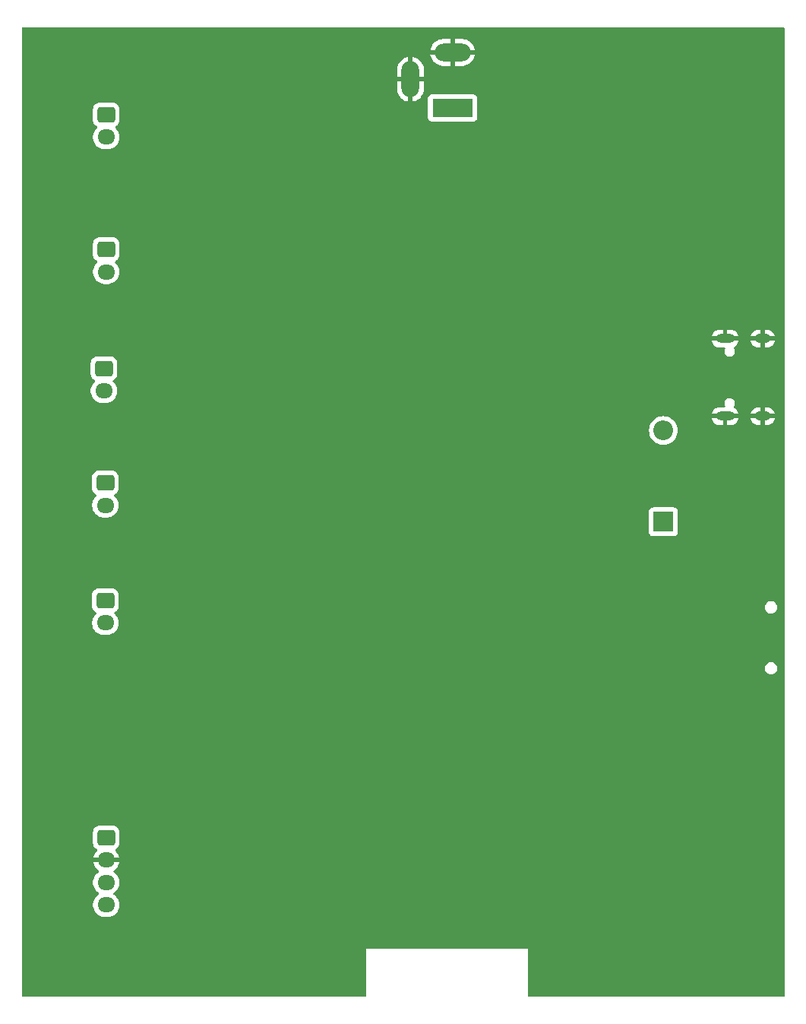
<source format=gbr>
%TF.GenerationSoftware,KiCad,Pcbnew,8.0.6*%
%TF.CreationDate,2024-11-14T02:25:25-08:00*%
%TF.ProjectId,project1,70726f6a-6563-4743-912e-6b696361645f,REV1*%
%TF.SameCoordinates,Original*%
%TF.FileFunction,Copper,L2,Bot*%
%TF.FilePolarity,Positive*%
%FSLAX46Y46*%
G04 Gerber Fmt 4.6, Leading zero omitted, Abs format (unit mm)*
G04 Created by KiCad (PCBNEW 8.0.6) date 2024-11-14 02:25:25*
%MOMM*%
%LPD*%
G01*
G04 APERTURE LIST*
G04 Aperture macros list*
%AMRoundRect*
0 Rectangle with rounded corners*
0 $1 Rounding radius*
0 $2 $3 $4 $5 $6 $7 $8 $9 X,Y pos of 4 corners*
0 Add a 4 corners polygon primitive as box body*
4,1,4,$2,$3,$4,$5,$6,$7,$8,$9,$2,$3,0*
0 Add four circle primitives for the rounded corners*
1,1,$1+$1,$2,$3*
1,1,$1+$1,$4,$5*
1,1,$1+$1,$6,$7*
1,1,$1+$1,$8,$9*
0 Add four rect primitives between the rounded corners*
20,1,$1+$1,$2,$3,$4,$5,0*
20,1,$1+$1,$4,$5,$6,$7,0*
20,1,$1+$1,$6,$7,$8,$9,0*
20,1,$1+$1,$8,$9,$2,$3,0*%
G04 Aperture macros list end*
%TA.AperFunction,ComponentPad*%
%ADD10RoundRect,0.250000X-0.725000X0.600000X-0.725000X-0.600000X0.725000X-0.600000X0.725000X0.600000X0*%
%TD*%
%TA.AperFunction,ComponentPad*%
%ADD11O,1.950000X1.700000*%
%TD*%
%TA.AperFunction,ComponentPad*%
%ADD12O,2.100000X1.000000*%
%TD*%
%TA.AperFunction,ComponentPad*%
%ADD13O,1.800000X1.000000*%
%TD*%
%TA.AperFunction,ComponentPad*%
%ADD14O,2.200000X2.200000*%
%TD*%
%TA.AperFunction,ComponentPad*%
%ADD15R,2.200000X2.200000*%
%TD*%
%TA.AperFunction,ComponentPad*%
%ADD16R,4.500000X2.000000*%
%TD*%
%TA.AperFunction,ComponentPad*%
%ADD17O,4.000000X2.000000*%
%TD*%
%TA.AperFunction,ComponentPad*%
%ADD18O,2.000000X4.000000*%
%TD*%
%TA.AperFunction,ViaPad*%
%ADD19C,0.600000*%
%TD*%
G04 APERTURE END LIST*
D10*
%TO.P,J5,1,Pin_1*%
%TO.N,Net-(J5-Pin_1)*%
X49800000Y-101750000D03*
D11*
%TO.P,J5,2,Pin_2*%
%TO.N,+5V_WALL*%
X49800000Y-104250000D03*
%TD*%
D10*
%TO.P,J6,1,Pin_1*%
%TO.N,Net-(J6-Pin_1)*%
X49800000Y-114850000D03*
D11*
%TO.P,J6,2,Pin_2*%
%TO.N,+5V_WALL*%
X49800000Y-117350000D03*
%TD*%
D10*
%TO.P,J2,1,Pin_1*%
%TO.N,Net-(J2-Pin_1)*%
X49900000Y-141250000D03*
D11*
%TO.P,J2,2,Pin_2*%
%TO.N,GND*%
X49900000Y-143750000D03*
%TO.P,J2,3,Pin_3*%
%TO.N,Net-(J2-Pin_3)*%
X49900000Y-146250000D03*
%TO.P,J2,4,Pin_4*%
%TO.N,Net-(J2-Pin_4)*%
X49900000Y-148750000D03*
%TD*%
D12*
%TO.P,J8,S1,SHIELD*%
%TO.N,GND*%
X118875000Y-94320000D03*
D13*
X123075000Y-94320000D03*
D12*
X118875000Y-85680000D03*
D13*
X123075000Y-85680000D03*
%TD*%
D10*
%TO.P,J4,1,Pin_1*%
%TO.N,Net-(J4-Pin_1)*%
X49650000Y-89000000D03*
D11*
%TO.P,J4,2,Pin_2*%
%TO.N,+5V_WALL*%
X49650000Y-91500000D03*
%TD*%
D10*
%TO.P,J3,1,Pin_1*%
%TO.N,Net-(J3-Pin_1)*%
X49900000Y-75750000D03*
D11*
%TO.P,J3,2,Pin_2*%
%TO.N,+5V_WALL*%
X49900000Y-78250000D03*
%TD*%
D14*
%TO.P,D1,2,A*%
%TO.N,Net-(D1-A)*%
X112000000Y-95920000D03*
D15*
%TO.P,D1,1,K*%
%TO.N,+5VUSB*%
X112000000Y-106080000D03*
%TD*%
D16*
%TO.P,J1,1*%
%TO.N,Net-(J7-Pin_1)*%
X88500000Y-60000000D03*
D17*
%TO.P,J1,2*%
%TO.N,GND*%
X88500000Y-53800000D03*
D18*
%TO.P,J1,3*%
X83800000Y-56800000D03*
%TD*%
D10*
%TO.P,J7,1,Pin_1*%
%TO.N,Net-(J7-Pin_1)*%
X49900000Y-60750000D03*
D11*
%TO.P,J7,2,Pin_2*%
%TO.N,+5V_WALL*%
X49900000Y-63250000D03*
%TD*%
D19*
%TO.N,GND*%
X106500000Y-83000000D03*
%TD*%
%TA.AperFunction,Conductor*%
%TO.N,GND*%
G36*
X125442539Y-51020185D02*
G01*
X125488294Y-51072989D01*
X125499500Y-51124500D01*
X125499500Y-158875500D01*
X125479815Y-158942539D01*
X125427011Y-158988294D01*
X125375500Y-158999500D01*
X97024000Y-158999500D01*
X96956961Y-158979815D01*
X96911206Y-158927011D01*
X96900000Y-158875500D01*
X96900000Y-153655000D01*
X78900000Y-153655000D01*
X78900000Y-158875500D01*
X78880315Y-158942539D01*
X78827511Y-158988294D01*
X78776000Y-158999500D01*
X40624500Y-158999500D01*
X40557461Y-158979815D01*
X40511706Y-158927011D01*
X40500500Y-158875500D01*
X40500500Y-140599983D01*
X48424500Y-140599983D01*
X48424500Y-141900001D01*
X48424501Y-141900018D01*
X48435000Y-142002796D01*
X48435001Y-142002799D01*
X48490185Y-142169331D01*
X48490187Y-142169336D01*
X48582289Y-142318657D01*
X48706344Y-142442712D01*
X48861558Y-142538448D01*
X48908283Y-142590396D01*
X48919506Y-142659358D01*
X48891663Y-142723441D01*
X48884144Y-142731668D01*
X48745271Y-142870541D01*
X48620379Y-143042442D01*
X48523904Y-143231782D01*
X48458242Y-143433870D01*
X48458242Y-143433873D01*
X48447769Y-143500000D01*
X49495854Y-143500000D01*
X49457370Y-143566657D01*
X49425000Y-143687465D01*
X49425000Y-143812535D01*
X49457370Y-143933343D01*
X49495854Y-144000000D01*
X48447769Y-144000000D01*
X48458242Y-144066126D01*
X48458242Y-144066129D01*
X48523904Y-144268217D01*
X48620379Y-144457557D01*
X48745272Y-144629459D01*
X48745276Y-144629464D01*
X48895535Y-144779723D01*
X48895540Y-144779727D01*
X49060218Y-144899372D01*
X49102884Y-144954701D01*
X49108863Y-145024315D01*
X49076258Y-145086110D01*
X49060218Y-145100008D01*
X48895214Y-145219890D01*
X48895209Y-145219894D01*
X48744890Y-145370213D01*
X48619951Y-145542179D01*
X48523444Y-145731585D01*
X48457753Y-145933760D01*
X48424500Y-146143713D01*
X48424500Y-146356286D01*
X48457753Y-146566239D01*
X48523444Y-146768414D01*
X48619951Y-146957820D01*
X48744890Y-147129786D01*
X48895209Y-147280105D01*
X48895214Y-147280109D01*
X49059793Y-147399682D01*
X49102459Y-147455011D01*
X49108438Y-147524625D01*
X49075833Y-147586420D01*
X49059793Y-147600318D01*
X48895214Y-147719890D01*
X48895209Y-147719894D01*
X48744890Y-147870213D01*
X48619951Y-148042179D01*
X48523444Y-148231585D01*
X48457753Y-148433760D01*
X48424500Y-148643713D01*
X48424500Y-148856286D01*
X48457753Y-149066239D01*
X48523444Y-149268414D01*
X48619951Y-149457820D01*
X48744890Y-149629786D01*
X48895213Y-149780109D01*
X49067179Y-149905048D01*
X49067181Y-149905049D01*
X49067184Y-149905051D01*
X49256588Y-150001557D01*
X49458757Y-150067246D01*
X49668713Y-150100500D01*
X49668714Y-150100500D01*
X50131286Y-150100500D01*
X50131287Y-150100500D01*
X50341243Y-150067246D01*
X50543412Y-150001557D01*
X50732816Y-149905051D01*
X50754789Y-149889086D01*
X50904786Y-149780109D01*
X50904788Y-149780106D01*
X50904792Y-149780104D01*
X51055104Y-149629792D01*
X51055106Y-149629788D01*
X51055109Y-149629786D01*
X51180048Y-149457820D01*
X51180047Y-149457820D01*
X51180051Y-149457816D01*
X51276557Y-149268412D01*
X51342246Y-149066243D01*
X51375500Y-148856287D01*
X51375500Y-148643713D01*
X51342246Y-148433757D01*
X51276557Y-148231588D01*
X51180051Y-148042184D01*
X51180049Y-148042181D01*
X51180048Y-148042179D01*
X51055109Y-147870213D01*
X50904792Y-147719896D01*
X50904784Y-147719890D01*
X50740204Y-147600316D01*
X50697540Y-147544989D01*
X50691561Y-147475376D01*
X50724166Y-147413580D01*
X50740199Y-147399686D01*
X50904792Y-147280104D01*
X51055104Y-147129792D01*
X51055106Y-147129788D01*
X51055109Y-147129786D01*
X51180048Y-146957820D01*
X51180047Y-146957820D01*
X51180051Y-146957816D01*
X51276557Y-146768412D01*
X51342246Y-146566243D01*
X51375500Y-146356287D01*
X51375500Y-146143713D01*
X51342246Y-145933757D01*
X51276557Y-145731588D01*
X51180051Y-145542184D01*
X51180049Y-145542181D01*
X51180048Y-145542179D01*
X51055109Y-145370213D01*
X50904790Y-145219894D01*
X50904785Y-145219890D01*
X50739781Y-145100008D01*
X50697115Y-145044678D01*
X50691136Y-144975065D01*
X50723741Y-144913270D01*
X50739781Y-144899371D01*
X50904466Y-144779721D01*
X51054723Y-144629464D01*
X51054727Y-144629459D01*
X51179620Y-144457557D01*
X51276095Y-144268217D01*
X51341757Y-144066129D01*
X51341757Y-144066126D01*
X51352231Y-144000000D01*
X50304146Y-144000000D01*
X50342630Y-143933343D01*
X50375000Y-143812535D01*
X50375000Y-143687465D01*
X50342630Y-143566657D01*
X50304146Y-143500000D01*
X51352231Y-143500000D01*
X51341757Y-143433873D01*
X51341757Y-143433870D01*
X51276095Y-143231782D01*
X51179620Y-143042442D01*
X51054727Y-142870540D01*
X51054723Y-142870535D01*
X50915856Y-142731668D01*
X50882371Y-142670345D01*
X50887355Y-142600653D01*
X50929227Y-142544720D01*
X50938441Y-142538448D01*
X50944331Y-142534814D01*
X50944334Y-142534814D01*
X51093656Y-142442712D01*
X51217712Y-142318656D01*
X51309814Y-142169334D01*
X51364999Y-142002797D01*
X51375500Y-141900009D01*
X51375499Y-140599992D01*
X51364999Y-140497203D01*
X51309814Y-140330666D01*
X51217712Y-140181344D01*
X51093656Y-140057288D01*
X50944334Y-139965186D01*
X50777797Y-139910001D01*
X50777795Y-139910000D01*
X50675010Y-139899500D01*
X49124998Y-139899500D01*
X49124981Y-139899501D01*
X49022203Y-139910000D01*
X49022200Y-139910001D01*
X48855668Y-139965185D01*
X48855663Y-139965187D01*
X48706342Y-140057289D01*
X48582289Y-140181342D01*
X48490187Y-140330663D01*
X48490186Y-140330666D01*
X48435001Y-140497203D01*
X48435001Y-140497204D01*
X48435000Y-140497204D01*
X48424500Y-140599983D01*
X40500500Y-140599983D01*
X40500500Y-122468995D01*
X123299499Y-122468995D01*
X123326418Y-122604322D01*
X123326421Y-122604332D01*
X123379221Y-122731804D01*
X123379228Y-122731817D01*
X123455885Y-122846541D01*
X123455888Y-122846545D01*
X123553454Y-122944111D01*
X123553458Y-122944114D01*
X123668182Y-123020771D01*
X123668195Y-123020778D01*
X123795667Y-123073578D01*
X123795672Y-123073580D01*
X123795676Y-123073580D01*
X123795677Y-123073581D01*
X123931004Y-123100500D01*
X123931007Y-123100500D01*
X124068995Y-123100500D01*
X124160041Y-123082389D01*
X124204328Y-123073580D01*
X124331811Y-123020775D01*
X124446542Y-122944114D01*
X124544114Y-122846542D01*
X124620775Y-122731811D01*
X124673580Y-122604328D01*
X124700500Y-122468993D01*
X124700500Y-122331007D01*
X124700500Y-122331004D01*
X124673581Y-122195677D01*
X124673580Y-122195676D01*
X124673580Y-122195672D01*
X124673578Y-122195667D01*
X124620778Y-122068195D01*
X124620771Y-122068182D01*
X124544114Y-121953458D01*
X124544111Y-121953454D01*
X124446545Y-121855888D01*
X124446541Y-121855885D01*
X124331817Y-121779228D01*
X124331804Y-121779221D01*
X124204332Y-121726421D01*
X124204322Y-121726418D01*
X124068995Y-121699500D01*
X124068993Y-121699500D01*
X123931007Y-121699500D01*
X123931005Y-121699500D01*
X123795677Y-121726418D01*
X123795667Y-121726421D01*
X123668195Y-121779221D01*
X123668182Y-121779228D01*
X123553458Y-121855885D01*
X123553454Y-121855888D01*
X123455888Y-121953454D01*
X123455885Y-121953458D01*
X123379228Y-122068182D01*
X123379221Y-122068195D01*
X123326421Y-122195667D01*
X123326418Y-122195677D01*
X123299500Y-122331004D01*
X123299500Y-122331007D01*
X123299500Y-122468993D01*
X123299500Y-122468995D01*
X123299499Y-122468995D01*
X40500500Y-122468995D01*
X40500500Y-114199983D01*
X48324500Y-114199983D01*
X48324500Y-115500001D01*
X48324501Y-115500018D01*
X48335000Y-115602796D01*
X48335001Y-115602799D01*
X48390185Y-115769331D01*
X48390187Y-115769336D01*
X48482289Y-115918657D01*
X48606344Y-116042712D01*
X48761120Y-116138178D01*
X48807845Y-116190126D01*
X48819068Y-116259088D01*
X48791224Y-116323171D01*
X48783706Y-116331398D01*
X48644889Y-116470215D01*
X48519951Y-116642179D01*
X48423444Y-116831585D01*
X48357753Y-117033760D01*
X48324500Y-117243713D01*
X48324500Y-117456286D01*
X48357753Y-117666239D01*
X48423444Y-117868414D01*
X48519951Y-118057820D01*
X48644890Y-118229786D01*
X48795213Y-118380109D01*
X48967179Y-118505048D01*
X48967181Y-118505049D01*
X48967184Y-118505051D01*
X49156588Y-118601557D01*
X49358757Y-118667246D01*
X49568713Y-118700500D01*
X49568714Y-118700500D01*
X50031286Y-118700500D01*
X50031287Y-118700500D01*
X50241243Y-118667246D01*
X50443412Y-118601557D01*
X50632816Y-118505051D01*
X50654789Y-118489086D01*
X50804786Y-118380109D01*
X50804788Y-118380106D01*
X50804792Y-118380104D01*
X50955104Y-118229792D01*
X50955106Y-118229788D01*
X50955109Y-118229786D01*
X51080048Y-118057820D01*
X51080047Y-118057820D01*
X51080051Y-118057816D01*
X51176557Y-117868412D01*
X51242246Y-117666243D01*
X51275500Y-117456287D01*
X51275500Y-117243713D01*
X51242246Y-117033757D01*
X51176557Y-116831588D01*
X51080051Y-116642184D01*
X51080049Y-116642181D01*
X51080048Y-116642179D01*
X50955109Y-116470213D01*
X50816294Y-116331398D01*
X50782809Y-116270075D01*
X50787793Y-116200383D01*
X50829665Y-116144450D01*
X50838879Y-116138178D01*
X50844331Y-116134814D01*
X50844334Y-116134814D01*
X50993656Y-116042712D01*
X51117712Y-115918656D01*
X51209814Y-115769334D01*
X51243063Y-115668995D01*
X123299499Y-115668995D01*
X123326418Y-115804322D01*
X123326421Y-115804332D01*
X123379221Y-115931804D01*
X123379228Y-115931817D01*
X123455885Y-116046541D01*
X123455888Y-116046545D01*
X123553454Y-116144111D01*
X123553458Y-116144114D01*
X123668182Y-116220771D01*
X123668195Y-116220778D01*
X123760685Y-116259088D01*
X123795672Y-116273580D01*
X123795676Y-116273580D01*
X123795677Y-116273581D01*
X123931004Y-116300500D01*
X123931007Y-116300500D01*
X124068995Y-116300500D01*
X124160041Y-116282389D01*
X124204328Y-116273580D01*
X124331811Y-116220775D01*
X124446542Y-116144114D01*
X124544114Y-116046542D01*
X124620775Y-115931811D01*
X124673580Y-115804328D01*
X124700500Y-115668993D01*
X124700500Y-115531007D01*
X124700500Y-115531004D01*
X124673581Y-115395677D01*
X124673580Y-115395676D01*
X124673580Y-115395672D01*
X124673578Y-115395667D01*
X124620778Y-115268195D01*
X124620771Y-115268182D01*
X124544114Y-115153458D01*
X124544111Y-115153454D01*
X124446545Y-115055888D01*
X124446541Y-115055885D01*
X124331817Y-114979228D01*
X124331804Y-114979221D01*
X124204332Y-114926421D01*
X124204322Y-114926418D01*
X124068995Y-114899500D01*
X124068993Y-114899500D01*
X123931007Y-114899500D01*
X123931005Y-114899500D01*
X123795677Y-114926418D01*
X123795667Y-114926421D01*
X123668195Y-114979221D01*
X123668182Y-114979228D01*
X123553458Y-115055885D01*
X123553454Y-115055888D01*
X123455888Y-115153454D01*
X123455885Y-115153458D01*
X123379228Y-115268182D01*
X123379221Y-115268195D01*
X123326421Y-115395667D01*
X123326418Y-115395677D01*
X123299500Y-115531004D01*
X123299500Y-115531007D01*
X123299500Y-115668993D01*
X123299500Y-115668995D01*
X123299499Y-115668995D01*
X51243063Y-115668995D01*
X51264999Y-115602797D01*
X51275500Y-115500009D01*
X51275499Y-114199992D01*
X51264999Y-114097203D01*
X51209814Y-113930666D01*
X51117712Y-113781344D01*
X50993656Y-113657288D01*
X50844334Y-113565186D01*
X50677797Y-113510001D01*
X50677795Y-113510000D01*
X50575010Y-113499500D01*
X49024998Y-113499500D01*
X49024981Y-113499501D01*
X48922203Y-113510000D01*
X48922200Y-113510001D01*
X48755668Y-113565185D01*
X48755663Y-113565187D01*
X48606342Y-113657289D01*
X48482289Y-113781342D01*
X48390187Y-113930663D01*
X48390186Y-113930666D01*
X48335001Y-114097203D01*
X48335001Y-114097204D01*
X48335000Y-114097204D01*
X48324500Y-114199983D01*
X40500500Y-114199983D01*
X40500500Y-101099983D01*
X48324500Y-101099983D01*
X48324500Y-102400001D01*
X48324501Y-102400018D01*
X48335000Y-102502796D01*
X48335001Y-102502799D01*
X48390185Y-102669331D01*
X48390187Y-102669336D01*
X48482289Y-102818657D01*
X48606344Y-102942712D01*
X48761120Y-103038178D01*
X48807845Y-103090126D01*
X48819068Y-103159088D01*
X48791224Y-103223171D01*
X48783706Y-103231398D01*
X48644889Y-103370215D01*
X48519951Y-103542179D01*
X48423444Y-103731585D01*
X48357753Y-103933760D01*
X48324500Y-104143713D01*
X48324500Y-104356286D01*
X48352996Y-104536206D01*
X48357754Y-104566243D01*
X48413452Y-104737664D01*
X48423444Y-104768414D01*
X48519951Y-104957820D01*
X48644890Y-105129786D01*
X48795213Y-105280109D01*
X48967179Y-105405048D01*
X48967181Y-105405049D01*
X48967184Y-105405051D01*
X49156588Y-105501557D01*
X49358757Y-105567246D01*
X49568713Y-105600500D01*
X49568714Y-105600500D01*
X50031286Y-105600500D01*
X50031287Y-105600500D01*
X50241243Y-105567246D01*
X50443412Y-105501557D01*
X50632816Y-105405051D01*
X50654789Y-105389086D01*
X50804786Y-105280109D01*
X50804788Y-105280106D01*
X50804792Y-105280104D01*
X50955104Y-105129792D01*
X50955106Y-105129788D01*
X50955109Y-105129786D01*
X51080048Y-104957820D01*
X51080047Y-104957820D01*
X51080051Y-104957816D01*
X51093136Y-104932135D01*
X110399500Y-104932135D01*
X110399500Y-107227870D01*
X110399501Y-107227876D01*
X110405908Y-107287483D01*
X110456202Y-107422328D01*
X110456206Y-107422335D01*
X110542452Y-107537544D01*
X110542455Y-107537547D01*
X110657664Y-107623793D01*
X110657671Y-107623797D01*
X110792517Y-107674091D01*
X110792516Y-107674091D01*
X110799444Y-107674835D01*
X110852127Y-107680500D01*
X113147872Y-107680499D01*
X113207483Y-107674091D01*
X113342331Y-107623796D01*
X113457546Y-107537546D01*
X113543796Y-107422331D01*
X113594091Y-107287483D01*
X113600500Y-107227873D01*
X113600499Y-104932128D01*
X113594091Y-104872517D01*
X113555262Y-104768412D01*
X113543797Y-104737671D01*
X113543793Y-104737664D01*
X113457547Y-104622455D01*
X113457544Y-104622452D01*
X113342335Y-104536206D01*
X113342328Y-104536202D01*
X113207482Y-104485908D01*
X113207483Y-104485908D01*
X113147883Y-104479501D01*
X113147881Y-104479500D01*
X113147873Y-104479500D01*
X113147864Y-104479500D01*
X110852129Y-104479500D01*
X110852123Y-104479501D01*
X110792516Y-104485908D01*
X110657671Y-104536202D01*
X110657664Y-104536206D01*
X110542455Y-104622452D01*
X110542452Y-104622455D01*
X110456206Y-104737664D01*
X110456202Y-104737671D01*
X110405908Y-104872517D01*
X110399501Y-104932116D01*
X110399501Y-104932123D01*
X110399500Y-104932135D01*
X51093136Y-104932135D01*
X51176557Y-104768412D01*
X51242246Y-104566243D01*
X51275500Y-104356287D01*
X51275500Y-104143713D01*
X51242246Y-103933757D01*
X51176557Y-103731588D01*
X51080051Y-103542184D01*
X51080049Y-103542181D01*
X51080048Y-103542179D01*
X50955109Y-103370213D01*
X50816294Y-103231398D01*
X50782809Y-103170075D01*
X50787793Y-103100383D01*
X50829665Y-103044450D01*
X50838879Y-103038178D01*
X50844331Y-103034814D01*
X50844334Y-103034814D01*
X50993656Y-102942712D01*
X51117712Y-102818656D01*
X51209814Y-102669334D01*
X51264999Y-102502797D01*
X51275500Y-102400009D01*
X51275499Y-101099992D01*
X51264999Y-100997203D01*
X51209814Y-100830666D01*
X51117712Y-100681344D01*
X50993656Y-100557288D01*
X50844334Y-100465186D01*
X50677797Y-100410001D01*
X50677795Y-100410000D01*
X50575010Y-100399500D01*
X49024998Y-100399500D01*
X49024981Y-100399501D01*
X48922203Y-100410000D01*
X48922200Y-100410001D01*
X48755668Y-100465185D01*
X48755663Y-100465187D01*
X48606342Y-100557289D01*
X48482289Y-100681342D01*
X48390187Y-100830663D01*
X48390186Y-100830666D01*
X48335001Y-100997203D01*
X48335001Y-100997204D01*
X48335000Y-100997204D01*
X48324500Y-101099983D01*
X40500500Y-101099983D01*
X40500500Y-95920000D01*
X110394551Y-95920000D01*
X110414317Y-96171151D01*
X110473126Y-96416110D01*
X110569533Y-96648859D01*
X110701160Y-96863653D01*
X110701161Y-96863656D01*
X110701164Y-96863659D01*
X110864776Y-97055224D01*
X111013066Y-97181875D01*
X111056343Y-97218838D01*
X111056346Y-97218839D01*
X111271140Y-97350466D01*
X111503889Y-97446873D01*
X111748852Y-97505683D01*
X112000000Y-97525449D01*
X112251148Y-97505683D01*
X112496111Y-97446873D01*
X112728859Y-97350466D01*
X112943659Y-97218836D01*
X113135224Y-97055224D01*
X113298836Y-96863659D01*
X113430466Y-96648859D01*
X113526873Y-96416111D01*
X113585683Y-96171148D01*
X113605449Y-95920000D01*
X113585683Y-95668852D01*
X113526873Y-95423889D01*
X113467924Y-95281572D01*
X113430466Y-95191140D01*
X113298839Y-94976346D01*
X113298838Y-94976343D01*
X113261875Y-94933066D01*
X113135224Y-94784776D01*
X113008571Y-94676604D01*
X112943656Y-94621161D01*
X112943653Y-94621160D01*
X112728859Y-94489533D01*
X112496110Y-94393126D01*
X112251151Y-94334317D01*
X112000000Y-94314551D01*
X111748848Y-94334317D01*
X111503889Y-94393126D01*
X111271140Y-94489533D01*
X111056346Y-94621160D01*
X111056343Y-94621161D01*
X110864776Y-94784776D01*
X110701161Y-94976343D01*
X110701160Y-94976346D01*
X110569533Y-95191140D01*
X110473126Y-95423889D01*
X110414317Y-95668848D01*
X110394551Y-95920000D01*
X40500500Y-95920000D01*
X40500500Y-94070000D01*
X117355138Y-94070000D01*
X118158012Y-94070000D01*
X118140795Y-94079940D01*
X118084940Y-94135795D01*
X118045444Y-94204204D01*
X118025000Y-94280504D01*
X118025000Y-94359496D01*
X118045444Y-94435796D01*
X118084940Y-94504205D01*
X118140795Y-94560060D01*
X118158012Y-94570000D01*
X117355138Y-94570000D01*
X117363430Y-94611690D01*
X117363430Y-94611692D01*
X117438807Y-94793671D01*
X117438814Y-94793684D01*
X117548248Y-94957462D01*
X117548251Y-94957466D01*
X117687533Y-95096748D01*
X117687537Y-95096751D01*
X117851315Y-95206185D01*
X117851328Y-95206192D01*
X118033306Y-95281569D01*
X118033318Y-95281572D01*
X118226504Y-95319999D01*
X118226508Y-95320000D01*
X118625000Y-95320000D01*
X118625000Y-94620000D01*
X119125000Y-94620000D01*
X119125000Y-95320000D01*
X119523492Y-95320000D01*
X119523495Y-95319999D01*
X119716681Y-95281572D01*
X119716693Y-95281569D01*
X119898671Y-95206192D01*
X119898684Y-95206185D01*
X120062462Y-95096751D01*
X120062466Y-95096748D01*
X120201748Y-94957466D01*
X120201751Y-94957462D01*
X120311185Y-94793684D01*
X120311192Y-94793671D01*
X120386569Y-94611692D01*
X120386569Y-94611690D01*
X120394862Y-94570000D01*
X119591988Y-94570000D01*
X119609205Y-94560060D01*
X119665060Y-94504205D01*
X119704556Y-94435796D01*
X119725000Y-94359496D01*
X119725000Y-94280504D01*
X119704556Y-94204204D01*
X119665060Y-94135795D01*
X119609205Y-94079940D01*
X119591988Y-94070000D01*
X120394862Y-94070000D01*
X121705138Y-94070000D01*
X122508012Y-94070000D01*
X122490795Y-94079940D01*
X122434940Y-94135795D01*
X122395444Y-94204204D01*
X122375000Y-94280504D01*
X122375000Y-94359496D01*
X122395444Y-94435796D01*
X122434940Y-94504205D01*
X122490795Y-94560060D01*
X122508012Y-94570000D01*
X121705138Y-94570000D01*
X121713430Y-94611690D01*
X121713430Y-94611692D01*
X121788807Y-94793671D01*
X121788814Y-94793684D01*
X121898248Y-94957462D01*
X121898251Y-94957466D01*
X122037533Y-95096748D01*
X122037537Y-95096751D01*
X122201315Y-95206185D01*
X122201328Y-95206192D01*
X122383306Y-95281569D01*
X122383318Y-95281572D01*
X122576504Y-95319999D01*
X122576508Y-95320000D01*
X122825000Y-95320000D01*
X122825000Y-94620000D01*
X123325000Y-94620000D01*
X123325000Y-95320000D01*
X123573492Y-95320000D01*
X123573495Y-95319999D01*
X123766681Y-95281572D01*
X123766693Y-95281569D01*
X123948671Y-95206192D01*
X123948684Y-95206185D01*
X124112462Y-95096751D01*
X124112466Y-95096748D01*
X124251748Y-94957466D01*
X124251751Y-94957462D01*
X124361185Y-94793684D01*
X124361192Y-94793671D01*
X124436569Y-94611692D01*
X124436569Y-94611690D01*
X124444862Y-94570000D01*
X123641988Y-94570000D01*
X123659205Y-94560060D01*
X123715060Y-94504205D01*
X123754556Y-94435796D01*
X123775000Y-94359496D01*
X123775000Y-94280504D01*
X123754556Y-94204204D01*
X123715060Y-94135795D01*
X123659205Y-94079940D01*
X123641988Y-94070000D01*
X124444862Y-94070000D01*
X124436569Y-94028309D01*
X124436569Y-94028307D01*
X124361192Y-93846328D01*
X124361185Y-93846315D01*
X124251751Y-93682537D01*
X124251748Y-93682533D01*
X124112466Y-93543251D01*
X124112462Y-93543248D01*
X123948684Y-93433814D01*
X123948671Y-93433807D01*
X123766693Y-93358430D01*
X123766681Y-93358427D01*
X123573495Y-93320000D01*
X123325000Y-93320000D01*
X123325000Y-94020000D01*
X122825000Y-94020000D01*
X122825000Y-93320000D01*
X122576504Y-93320000D01*
X122383318Y-93358427D01*
X122383306Y-93358430D01*
X122201328Y-93433807D01*
X122201315Y-93433814D01*
X122037537Y-93543248D01*
X122037533Y-93543251D01*
X121898251Y-93682533D01*
X121898248Y-93682537D01*
X121788814Y-93846315D01*
X121788807Y-93846328D01*
X121713430Y-94028307D01*
X121713430Y-94028309D01*
X121705138Y-94070000D01*
X120394862Y-94070000D01*
X120386569Y-94028309D01*
X120386569Y-94028307D01*
X120311192Y-93846328D01*
X120311185Y-93846315D01*
X120201751Y-93682537D01*
X120201748Y-93682533D01*
X120062466Y-93543251D01*
X120062462Y-93543248D01*
X119898680Y-93433812D01*
X119893335Y-93430955D01*
X119843489Y-93381994D01*
X119828027Y-93313857D01*
X119851856Y-93248177D01*
X119853412Y-93246105D01*
X119855506Y-93243373D01*
X119855515Y-93243365D01*
X119931281Y-93112135D01*
X119970500Y-92965766D01*
X119970500Y-92814234D01*
X119931281Y-92667865D01*
X119855515Y-92536635D01*
X119748365Y-92429485D01*
X119662284Y-92379786D01*
X119617136Y-92353719D01*
X119543950Y-92334109D01*
X119470766Y-92314500D01*
X119319234Y-92314500D01*
X119172863Y-92353719D01*
X119041635Y-92429485D01*
X119041632Y-92429487D01*
X118934487Y-92536632D01*
X118934485Y-92536635D01*
X118858719Y-92667863D01*
X118819500Y-92814234D01*
X118819500Y-92965765D01*
X118858720Y-93112137D01*
X118858720Y-93112138D01*
X118871342Y-93134000D01*
X118887815Y-93201901D01*
X118864962Y-93267927D01*
X118810041Y-93311118D01*
X118763955Y-93320000D01*
X118226504Y-93320000D01*
X118033318Y-93358427D01*
X118033306Y-93358430D01*
X117851328Y-93433807D01*
X117851315Y-93433814D01*
X117687537Y-93543248D01*
X117687533Y-93543251D01*
X117548251Y-93682533D01*
X117548248Y-93682537D01*
X117438814Y-93846315D01*
X117438807Y-93846328D01*
X117363430Y-94028307D01*
X117363430Y-94028309D01*
X117355138Y-94070000D01*
X40500500Y-94070000D01*
X40500500Y-88349983D01*
X48174500Y-88349983D01*
X48174500Y-89650001D01*
X48174501Y-89650018D01*
X48185000Y-89752796D01*
X48185001Y-89752799D01*
X48240185Y-89919331D01*
X48240187Y-89919336D01*
X48332289Y-90068657D01*
X48456344Y-90192712D01*
X48611120Y-90288178D01*
X48657845Y-90340126D01*
X48669068Y-90409088D01*
X48641224Y-90473171D01*
X48633706Y-90481398D01*
X48494889Y-90620215D01*
X48369951Y-90792179D01*
X48273444Y-90981585D01*
X48207753Y-91183760D01*
X48174500Y-91393713D01*
X48174500Y-91606286D01*
X48207753Y-91816239D01*
X48273444Y-92018414D01*
X48369951Y-92207820D01*
X48494890Y-92379786D01*
X48645213Y-92530109D01*
X48817179Y-92655048D01*
X48817181Y-92655049D01*
X48817184Y-92655051D01*
X49006588Y-92751557D01*
X49208757Y-92817246D01*
X49418713Y-92850500D01*
X49418714Y-92850500D01*
X49881286Y-92850500D01*
X49881287Y-92850500D01*
X50091243Y-92817246D01*
X50293412Y-92751557D01*
X50482816Y-92655051D01*
X50504789Y-92639086D01*
X50654786Y-92530109D01*
X50654788Y-92530106D01*
X50654792Y-92530104D01*
X50805104Y-92379792D01*
X50805106Y-92379788D01*
X50805109Y-92379786D01*
X50930048Y-92207820D01*
X50930047Y-92207820D01*
X50930051Y-92207816D01*
X51026557Y-92018412D01*
X51092246Y-91816243D01*
X51125500Y-91606287D01*
X51125500Y-91393713D01*
X51092246Y-91183757D01*
X51026557Y-90981588D01*
X50930051Y-90792184D01*
X50930049Y-90792181D01*
X50930048Y-90792179D01*
X50805109Y-90620213D01*
X50666294Y-90481398D01*
X50632809Y-90420075D01*
X50637793Y-90350383D01*
X50679665Y-90294450D01*
X50688879Y-90288178D01*
X50694331Y-90284814D01*
X50694334Y-90284814D01*
X50843656Y-90192712D01*
X50967712Y-90068656D01*
X51059814Y-89919334D01*
X51114999Y-89752797D01*
X51125500Y-89650009D01*
X51125499Y-88349992D01*
X51114999Y-88247203D01*
X51059814Y-88080666D01*
X50967712Y-87931344D01*
X50843656Y-87807288D01*
X50694334Y-87715186D01*
X50527797Y-87660001D01*
X50527795Y-87660000D01*
X50425010Y-87649500D01*
X48874998Y-87649500D01*
X48874981Y-87649501D01*
X48772203Y-87660000D01*
X48772200Y-87660001D01*
X48605668Y-87715185D01*
X48605663Y-87715187D01*
X48456342Y-87807289D01*
X48332289Y-87931342D01*
X48240187Y-88080663D01*
X48240186Y-88080666D01*
X48185001Y-88247203D01*
X48185001Y-88247204D01*
X48185000Y-88247204D01*
X48174500Y-88349983D01*
X40500500Y-88349983D01*
X40500500Y-85430000D01*
X117355138Y-85430000D01*
X118158012Y-85430000D01*
X118140795Y-85439940D01*
X118084940Y-85495795D01*
X118045444Y-85564204D01*
X118025000Y-85640504D01*
X118025000Y-85719496D01*
X118045444Y-85795796D01*
X118084940Y-85864205D01*
X118140795Y-85920060D01*
X118158012Y-85930000D01*
X117355138Y-85930000D01*
X117363430Y-85971690D01*
X117363430Y-85971692D01*
X117438807Y-86153671D01*
X117438814Y-86153684D01*
X117548248Y-86317462D01*
X117548251Y-86317466D01*
X117687533Y-86456748D01*
X117687537Y-86456751D01*
X117851315Y-86566185D01*
X117851328Y-86566192D01*
X118033306Y-86641569D01*
X118033318Y-86641572D01*
X118226504Y-86679999D01*
X118226508Y-86680000D01*
X118763955Y-86680000D01*
X118830994Y-86699685D01*
X118876749Y-86752489D01*
X118886693Y-86821647D01*
X118871342Y-86866000D01*
X118858720Y-86887861D01*
X118858720Y-86887862D01*
X118819500Y-87034234D01*
X118819500Y-87185765D01*
X118858719Y-87332136D01*
X118896602Y-87397750D01*
X118934485Y-87463365D01*
X119041635Y-87570515D01*
X119172865Y-87646281D01*
X119319234Y-87685500D01*
X119319236Y-87685500D01*
X119470764Y-87685500D01*
X119470766Y-87685500D01*
X119617135Y-87646281D01*
X119748365Y-87570515D01*
X119855515Y-87463365D01*
X119931281Y-87332135D01*
X119970500Y-87185766D01*
X119970500Y-87034234D01*
X119931281Y-86887865D01*
X119855515Y-86756635D01*
X119855513Y-86756633D01*
X119853412Y-86753895D01*
X119852356Y-86751165D01*
X119851451Y-86749597D01*
X119851695Y-86749455D01*
X119828214Y-86688727D01*
X119842249Y-86620282D01*
X119891061Y-86570290D01*
X119893346Y-86569037D01*
X119898690Y-86566181D01*
X120062462Y-86456751D01*
X120062466Y-86456748D01*
X120201748Y-86317466D01*
X120201751Y-86317462D01*
X120311185Y-86153684D01*
X120311192Y-86153671D01*
X120386569Y-85971692D01*
X120386569Y-85971690D01*
X120394862Y-85930000D01*
X119591988Y-85930000D01*
X119609205Y-85920060D01*
X119665060Y-85864205D01*
X119704556Y-85795796D01*
X119725000Y-85719496D01*
X119725000Y-85640504D01*
X119704556Y-85564204D01*
X119665060Y-85495795D01*
X119609205Y-85439940D01*
X119591988Y-85430000D01*
X120394862Y-85430000D01*
X121705138Y-85430000D01*
X122508012Y-85430000D01*
X122490795Y-85439940D01*
X122434940Y-85495795D01*
X122395444Y-85564204D01*
X122375000Y-85640504D01*
X122375000Y-85719496D01*
X122395444Y-85795796D01*
X122434940Y-85864205D01*
X122490795Y-85920060D01*
X122508012Y-85930000D01*
X121705138Y-85930000D01*
X121713430Y-85971690D01*
X121713430Y-85971692D01*
X121788807Y-86153671D01*
X121788814Y-86153684D01*
X121898248Y-86317462D01*
X121898251Y-86317466D01*
X122037533Y-86456748D01*
X122037537Y-86456751D01*
X122201315Y-86566185D01*
X122201328Y-86566192D01*
X122383306Y-86641569D01*
X122383318Y-86641572D01*
X122576504Y-86679999D01*
X122576508Y-86680000D01*
X122825000Y-86680000D01*
X122825000Y-85980000D01*
X123325000Y-85980000D01*
X123325000Y-86680000D01*
X123573492Y-86680000D01*
X123573495Y-86679999D01*
X123766681Y-86641572D01*
X123766693Y-86641569D01*
X123948671Y-86566192D01*
X123948684Y-86566185D01*
X124112462Y-86456751D01*
X124112466Y-86456748D01*
X124251748Y-86317466D01*
X124251751Y-86317462D01*
X124361185Y-86153684D01*
X124361192Y-86153671D01*
X124436569Y-85971692D01*
X124436569Y-85971690D01*
X124444862Y-85930000D01*
X123641988Y-85930000D01*
X123659205Y-85920060D01*
X123715060Y-85864205D01*
X123754556Y-85795796D01*
X123775000Y-85719496D01*
X123775000Y-85640504D01*
X123754556Y-85564204D01*
X123715060Y-85495795D01*
X123659205Y-85439940D01*
X123641988Y-85430000D01*
X124444862Y-85430000D01*
X124436569Y-85388309D01*
X124436569Y-85388307D01*
X124361192Y-85206328D01*
X124361185Y-85206315D01*
X124251751Y-85042537D01*
X124251748Y-85042533D01*
X124112466Y-84903251D01*
X124112462Y-84903248D01*
X123948684Y-84793814D01*
X123948671Y-84793807D01*
X123766693Y-84718430D01*
X123766681Y-84718427D01*
X123573495Y-84680000D01*
X123325000Y-84680000D01*
X123325000Y-85380000D01*
X122825000Y-85380000D01*
X122825000Y-84680000D01*
X122576504Y-84680000D01*
X122383318Y-84718427D01*
X122383306Y-84718430D01*
X122201328Y-84793807D01*
X122201315Y-84793814D01*
X122037537Y-84903248D01*
X122037533Y-84903251D01*
X121898251Y-85042533D01*
X121898248Y-85042537D01*
X121788814Y-85206315D01*
X121788807Y-85206328D01*
X121713430Y-85388307D01*
X121713430Y-85388309D01*
X121705138Y-85430000D01*
X120394862Y-85430000D01*
X120386569Y-85388309D01*
X120386569Y-85388307D01*
X120311192Y-85206328D01*
X120311185Y-85206315D01*
X120201751Y-85042537D01*
X120201748Y-85042533D01*
X120062466Y-84903251D01*
X120062462Y-84903248D01*
X119898684Y-84793814D01*
X119898671Y-84793807D01*
X119716693Y-84718430D01*
X119716681Y-84718427D01*
X119523495Y-84680000D01*
X119125000Y-84680000D01*
X119125000Y-85380000D01*
X118625000Y-85380000D01*
X118625000Y-84680000D01*
X118226504Y-84680000D01*
X118033318Y-84718427D01*
X118033306Y-84718430D01*
X117851328Y-84793807D01*
X117851315Y-84793814D01*
X117687537Y-84903248D01*
X117687533Y-84903251D01*
X117548251Y-85042533D01*
X117548248Y-85042537D01*
X117438814Y-85206315D01*
X117438807Y-85206328D01*
X117363430Y-85388307D01*
X117363430Y-85388309D01*
X117355138Y-85430000D01*
X40500500Y-85430000D01*
X40500500Y-75099983D01*
X48424500Y-75099983D01*
X48424500Y-76400001D01*
X48424501Y-76400018D01*
X48435000Y-76502796D01*
X48435001Y-76502799D01*
X48490185Y-76669331D01*
X48490187Y-76669336D01*
X48582289Y-76818657D01*
X48706344Y-76942712D01*
X48861120Y-77038178D01*
X48907845Y-77090126D01*
X48919068Y-77159088D01*
X48891224Y-77223171D01*
X48883706Y-77231398D01*
X48744889Y-77370215D01*
X48619951Y-77542179D01*
X48523444Y-77731585D01*
X48457753Y-77933760D01*
X48424500Y-78143713D01*
X48424500Y-78356286D01*
X48457753Y-78566239D01*
X48523444Y-78768414D01*
X48619951Y-78957820D01*
X48744890Y-79129786D01*
X48895213Y-79280109D01*
X49067179Y-79405048D01*
X49067181Y-79405049D01*
X49067184Y-79405051D01*
X49256588Y-79501557D01*
X49458757Y-79567246D01*
X49668713Y-79600500D01*
X49668714Y-79600500D01*
X50131286Y-79600500D01*
X50131287Y-79600500D01*
X50341243Y-79567246D01*
X50543412Y-79501557D01*
X50732816Y-79405051D01*
X50754789Y-79389086D01*
X50904786Y-79280109D01*
X50904788Y-79280106D01*
X50904792Y-79280104D01*
X51055104Y-79129792D01*
X51055106Y-79129788D01*
X51055109Y-79129786D01*
X51180048Y-78957820D01*
X51180047Y-78957820D01*
X51180051Y-78957816D01*
X51276557Y-78768412D01*
X51342246Y-78566243D01*
X51375500Y-78356287D01*
X51375500Y-78143713D01*
X51342246Y-77933757D01*
X51276557Y-77731588D01*
X51180051Y-77542184D01*
X51180049Y-77542181D01*
X51180048Y-77542179D01*
X51055109Y-77370213D01*
X50916294Y-77231398D01*
X50882809Y-77170075D01*
X50887793Y-77100383D01*
X50929665Y-77044450D01*
X50938879Y-77038178D01*
X50944331Y-77034814D01*
X50944334Y-77034814D01*
X51093656Y-76942712D01*
X51217712Y-76818656D01*
X51309814Y-76669334D01*
X51364999Y-76502797D01*
X51375500Y-76400009D01*
X51375499Y-75099992D01*
X51364999Y-74997203D01*
X51309814Y-74830666D01*
X51217712Y-74681344D01*
X51093656Y-74557288D01*
X50944334Y-74465186D01*
X50777797Y-74410001D01*
X50777795Y-74410000D01*
X50675010Y-74399500D01*
X49124998Y-74399500D01*
X49124981Y-74399501D01*
X49022203Y-74410000D01*
X49022200Y-74410001D01*
X48855668Y-74465185D01*
X48855663Y-74465187D01*
X48706342Y-74557289D01*
X48582289Y-74681342D01*
X48490187Y-74830663D01*
X48490186Y-74830666D01*
X48435001Y-74997203D01*
X48435001Y-74997204D01*
X48435000Y-74997204D01*
X48424500Y-75099983D01*
X40500500Y-75099983D01*
X40500500Y-60099983D01*
X48424500Y-60099983D01*
X48424500Y-61400001D01*
X48424501Y-61400018D01*
X48435000Y-61502796D01*
X48435001Y-61502799D01*
X48490185Y-61669331D01*
X48490187Y-61669336D01*
X48582289Y-61818657D01*
X48706344Y-61942712D01*
X48861120Y-62038178D01*
X48907845Y-62090126D01*
X48919068Y-62159088D01*
X48891224Y-62223171D01*
X48883706Y-62231398D01*
X48744889Y-62370215D01*
X48619951Y-62542179D01*
X48523444Y-62731585D01*
X48457753Y-62933760D01*
X48424500Y-63143713D01*
X48424500Y-63356286D01*
X48457753Y-63566239D01*
X48523444Y-63768414D01*
X48619951Y-63957820D01*
X48744890Y-64129786D01*
X48895213Y-64280109D01*
X49067179Y-64405048D01*
X49067181Y-64405049D01*
X49067184Y-64405051D01*
X49256588Y-64501557D01*
X49458757Y-64567246D01*
X49668713Y-64600500D01*
X49668714Y-64600500D01*
X50131286Y-64600500D01*
X50131287Y-64600500D01*
X50341243Y-64567246D01*
X50543412Y-64501557D01*
X50732816Y-64405051D01*
X50754789Y-64389086D01*
X50904786Y-64280109D01*
X50904788Y-64280106D01*
X50904792Y-64280104D01*
X51055104Y-64129792D01*
X51055106Y-64129788D01*
X51055109Y-64129786D01*
X51180048Y-63957820D01*
X51180047Y-63957820D01*
X51180051Y-63957816D01*
X51276557Y-63768412D01*
X51342246Y-63566243D01*
X51375500Y-63356287D01*
X51375500Y-63143713D01*
X51342246Y-62933757D01*
X51276557Y-62731588D01*
X51180051Y-62542184D01*
X51180049Y-62542181D01*
X51180048Y-62542179D01*
X51055109Y-62370213D01*
X50916294Y-62231398D01*
X50882809Y-62170075D01*
X50887793Y-62100383D01*
X50929665Y-62044450D01*
X50938879Y-62038178D01*
X50944331Y-62034814D01*
X50944334Y-62034814D01*
X51093656Y-61942712D01*
X51217712Y-61818656D01*
X51309814Y-61669334D01*
X51364999Y-61502797D01*
X51375500Y-61400009D01*
X51375499Y-60099992D01*
X51364999Y-59997203D01*
X51309814Y-59830666D01*
X51217712Y-59681344D01*
X51093656Y-59557288D01*
X50944334Y-59465186D01*
X50777797Y-59410001D01*
X50777795Y-59410000D01*
X50675010Y-59399500D01*
X49124998Y-59399500D01*
X49124981Y-59399501D01*
X49022203Y-59410000D01*
X49022200Y-59410001D01*
X48855668Y-59465185D01*
X48855663Y-59465187D01*
X48706342Y-59557289D01*
X48582289Y-59681342D01*
X48490187Y-59830663D01*
X48490186Y-59830666D01*
X48435001Y-59997203D01*
X48435001Y-59997204D01*
X48435000Y-59997204D01*
X48424500Y-60099983D01*
X40500500Y-60099983D01*
X40500500Y-55681947D01*
X82300000Y-55681947D01*
X82300000Y-56550000D01*
X83300000Y-56550000D01*
X83300000Y-57050000D01*
X82300000Y-57050000D01*
X82300000Y-57918052D01*
X82336934Y-58151247D01*
X82409897Y-58375802D01*
X82517085Y-58586171D01*
X82655866Y-58777186D01*
X82822813Y-58944133D01*
X83013828Y-59082914D01*
X83224195Y-59190102D01*
X83448744Y-59263063D01*
X83448750Y-59263065D01*
X83550000Y-59279101D01*
X83550000Y-58233012D01*
X83607007Y-58265925D01*
X83734174Y-58300000D01*
X83865826Y-58300000D01*
X83992993Y-58265925D01*
X84050000Y-58233012D01*
X84050000Y-59279100D01*
X84151249Y-59263065D01*
X84151255Y-59263063D01*
X84375804Y-59190102D01*
X84586171Y-59082914D01*
X84766172Y-58952135D01*
X85749500Y-58952135D01*
X85749500Y-61047870D01*
X85749501Y-61047876D01*
X85755908Y-61107483D01*
X85806202Y-61242328D01*
X85806206Y-61242335D01*
X85892452Y-61357544D01*
X85892455Y-61357547D01*
X86007664Y-61443793D01*
X86007671Y-61443797D01*
X86142517Y-61494091D01*
X86142516Y-61494091D01*
X86149444Y-61494835D01*
X86202127Y-61500500D01*
X90797872Y-61500499D01*
X90857483Y-61494091D01*
X90992331Y-61443796D01*
X91107546Y-61357546D01*
X91193796Y-61242331D01*
X91244091Y-61107483D01*
X91250500Y-61047873D01*
X91250499Y-58952128D01*
X91244091Y-58892517D01*
X91201075Y-58777186D01*
X91193797Y-58757671D01*
X91193793Y-58757664D01*
X91107547Y-58642455D01*
X91107544Y-58642452D01*
X90992335Y-58556206D01*
X90992328Y-58556202D01*
X90857482Y-58505908D01*
X90857483Y-58505908D01*
X90797883Y-58499501D01*
X90797881Y-58499500D01*
X90797873Y-58499500D01*
X90797864Y-58499500D01*
X86202129Y-58499500D01*
X86202123Y-58499501D01*
X86142516Y-58505908D01*
X86007671Y-58556202D01*
X86007664Y-58556206D01*
X85892455Y-58642452D01*
X85892452Y-58642455D01*
X85806206Y-58757664D01*
X85806202Y-58757671D01*
X85755908Y-58892517D01*
X85750359Y-58944133D01*
X85749501Y-58952123D01*
X85749500Y-58952135D01*
X84766172Y-58952135D01*
X84777186Y-58944133D01*
X84944133Y-58777186D01*
X85082914Y-58586171D01*
X85190102Y-58375802D01*
X85263065Y-58151247D01*
X85300000Y-57918052D01*
X85300000Y-57050000D01*
X84300000Y-57050000D01*
X84300000Y-56550000D01*
X85300000Y-56550000D01*
X85300000Y-55681947D01*
X85263065Y-55448752D01*
X85190102Y-55224197D01*
X85082914Y-55013828D01*
X84944133Y-54822813D01*
X84777186Y-54655866D01*
X84586171Y-54517085D01*
X84375802Y-54409897D01*
X84151247Y-54336934D01*
X84050000Y-54320897D01*
X84050000Y-55366988D01*
X83992993Y-55334075D01*
X83865826Y-55300000D01*
X83734174Y-55300000D01*
X83607007Y-55334075D01*
X83550000Y-55366988D01*
X83550000Y-54320897D01*
X83448752Y-54336934D01*
X83224197Y-54409897D01*
X83013828Y-54517085D01*
X82822813Y-54655866D01*
X82655866Y-54822813D01*
X82517085Y-55013828D01*
X82409897Y-55224197D01*
X82336934Y-55448752D01*
X82300000Y-55681947D01*
X40500500Y-55681947D01*
X40500500Y-53550000D01*
X86020898Y-53550000D01*
X87066988Y-53550000D01*
X87034075Y-53607007D01*
X87000000Y-53734174D01*
X87000000Y-53865826D01*
X87034075Y-53992993D01*
X87066988Y-54050000D01*
X86020898Y-54050000D01*
X86036934Y-54151247D01*
X86109897Y-54375802D01*
X86217085Y-54586171D01*
X86355866Y-54777186D01*
X86522813Y-54944133D01*
X86713828Y-55082914D01*
X86924197Y-55190102D01*
X87148752Y-55263065D01*
X87148751Y-55263065D01*
X87381948Y-55300000D01*
X88250000Y-55300000D01*
X88250000Y-54300000D01*
X88750000Y-54300000D01*
X88750000Y-55300000D01*
X89618052Y-55300000D01*
X89851247Y-55263065D01*
X90075802Y-55190102D01*
X90286171Y-55082914D01*
X90477186Y-54944133D01*
X90644133Y-54777186D01*
X90782914Y-54586171D01*
X90890102Y-54375802D01*
X90963065Y-54151247D01*
X90979102Y-54050000D01*
X89933012Y-54050000D01*
X89965925Y-53992993D01*
X90000000Y-53865826D01*
X90000000Y-53734174D01*
X89965925Y-53607007D01*
X89933012Y-53550000D01*
X90979102Y-53550000D01*
X90963065Y-53448752D01*
X90890102Y-53224197D01*
X90782914Y-53013828D01*
X90644133Y-52822813D01*
X90477186Y-52655866D01*
X90286171Y-52517085D01*
X90075802Y-52409897D01*
X89851247Y-52336934D01*
X89851248Y-52336934D01*
X89618052Y-52300000D01*
X88750000Y-52300000D01*
X88750000Y-53300000D01*
X88250000Y-53300000D01*
X88250000Y-52300000D01*
X87381948Y-52300000D01*
X87148752Y-52336934D01*
X86924197Y-52409897D01*
X86713828Y-52517085D01*
X86522813Y-52655866D01*
X86355866Y-52822813D01*
X86217085Y-53013828D01*
X86109897Y-53224197D01*
X86036934Y-53448752D01*
X86020898Y-53550000D01*
X40500500Y-53550000D01*
X40500500Y-51124500D01*
X40520185Y-51057461D01*
X40572989Y-51011706D01*
X40624500Y-51000500D01*
X125375500Y-51000500D01*
X125442539Y-51020185D01*
G37*
%TD.AperFunction*%
%TD*%
M02*

</source>
